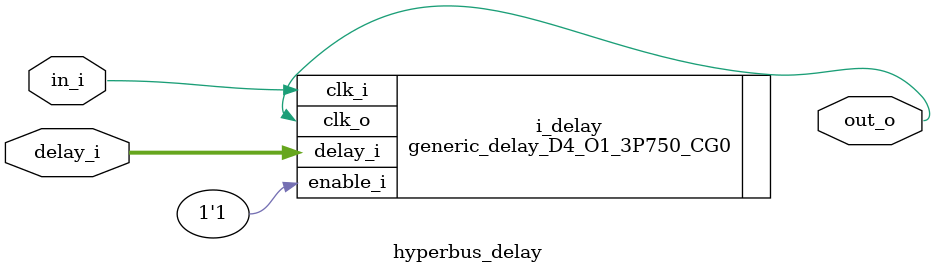
<source format=sv>


// Author: Thomas Benz <paulsc@iis.ee.ethz.ch>
// Author: Paul Scheffler <paulsc@iis.ee.ethz.ch>

module hyperbus_delay (
    input  logic        in_i,
    input  logic [3:0]  delay_i,
    output logic        out_o
);

    generic_delay_D4_O1_3P750_CG0 i_delay (
        .clk_i      ( in_i      ),
        `ifndef TARGET_ASIC
        .enable_i   ( 1'b1      ),
        `endif
        .delay_i    ( delay_i   ),
        .clk_o      ( out_o     )
    );

endmodule : hyperbus_delay

</source>
